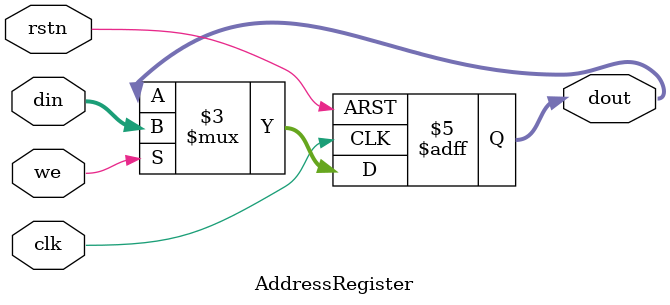
<source format=v>
`timescale 1ns / 1ps


module AddressRegister(
    input [4:0] din,
    input clk, rstn, we,
    output reg [4:0] dout
    );
    always @(posedge clk, negedge rstn) begin
        if(!rstn)   dout <= 0;
        else if(we) dout <= din;
    end
endmodule

</source>
